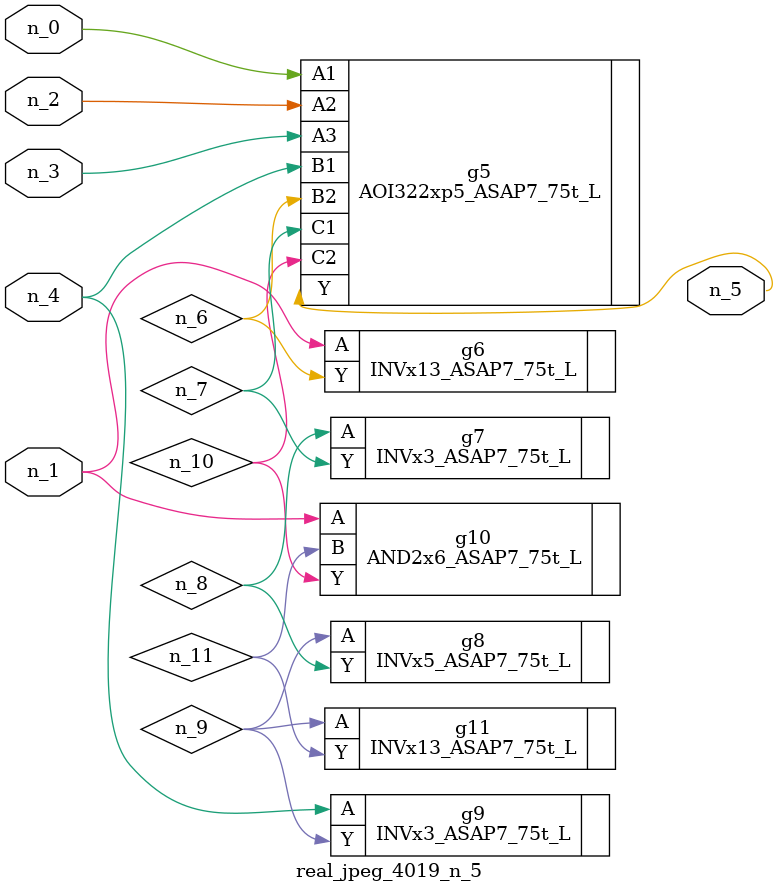
<source format=v>
module real_jpeg_4019_n_5 (n_4, n_0, n_1, n_2, n_3, n_5);

input n_4;
input n_0;
input n_1;
input n_2;
input n_3;

output n_5;

wire n_8;
wire n_11;
wire n_6;
wire n_7;
wire n_10;
wire n_9;

AOI322xp5_ASAP7_75t_L g5 ( 
.A1(n_0),
.A2(n_2),
.A3(n_3),
.B1(n_4),
.B2(n_6),
.C1(n_7),
.C2(n_10),
.Y(n_5)
);

INVx13_ASAP7_75t_L g6 ( 
.A(n_1),
.Y(n_6)
);

AND2x6_ASAP7_75t_L g10 ( 
.A(n_1),
.B(n_11),
.Y(n_10)
);

INVx3_ASAP7_75t_L g9 ( 
.A(n_4),
.Y(n_9)
);

INVx3_ASAP7_75t_L g7 ( 
.A(n_8),
.Y(n_7)
);

INVx5_ASAP7_75t_L g8 ( 
.A(n_9),
.Y(n_8)
);

INVx13_ASAP7_75t_L g11 ( 
.A(n_9),
.Y(n_11)
);


endmodule
</source>
